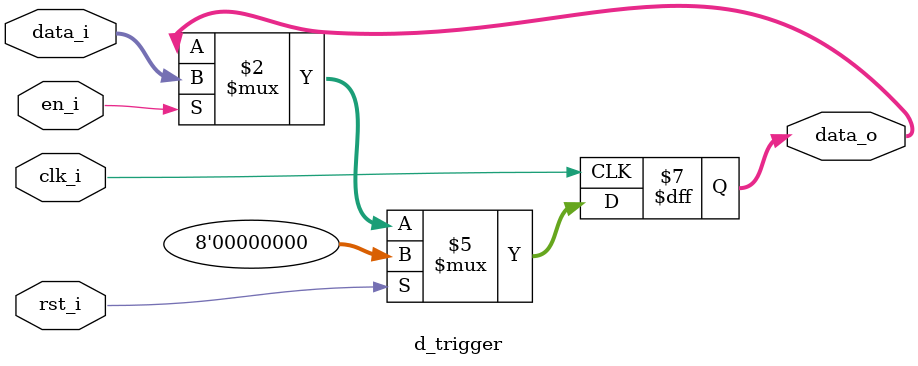
<source format=v>

module d_trigger (
	input wire 	     rst_i,
	input wire 		  clk_i,
	input wire 		  en_i,
	input wire [7:0] data_i,
	
	output reg [7:0] data_o
);

	always @(posedge clk_i)
	begin
		if (rst_i)
		begin
			data_o <= 8'h00;
		end
		else if (en_i) 
		begin
			data_o <= data_i;
		end
	end
	
endmodule

</source>
